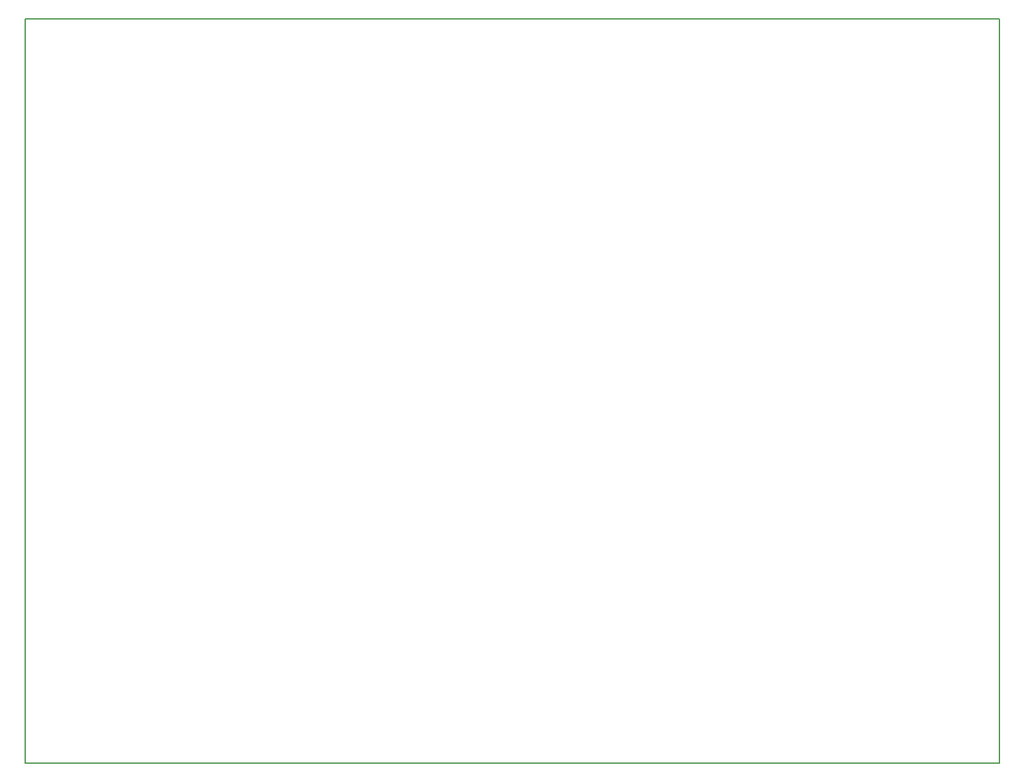
<source format=gbr>
%TF.GenerationSoftware,KiCad,Pcbnew,(5.1.10)-1*%
%TF.CreationDate,2022-09-19T20:48:06-07:00*%
%TF.ProjectId,MPPT_1KW_ESP32_ggmV3,4d505054-5f31-44b5-975f-45535033325f,rev?*%
%TF.SameCoordinates,Original*%
%TF.FileFunction,Profile,NP*%
%FSLAX46Y46*%
G04 Gerber Fmt 4.6, Leading zero omitted, Abs format (unit mm)*
G04 Created by KiCad (PCBNEW (5.1.10)-1) date 2022-09-19 20:48:06*
%MOMM*%
%LPD*%
G01*
G04 APERTURE LIST*
%TA.AperFunction,Profile*%
%ADD10C,0.150000*%
%TD*%
G04 APERTURE END LIST*
D10*
X221000000Y-170000000D02*
X221000000Y-70000000D01*
X90000000Y-170000000D02*
X221000000Y-170000000D01*
X90000000Y-70000000D02*
X221000000Y-70000000D01*
X90000000Y-170000000D02*
X90000000Y-70000000D01*
M02*

</source>
